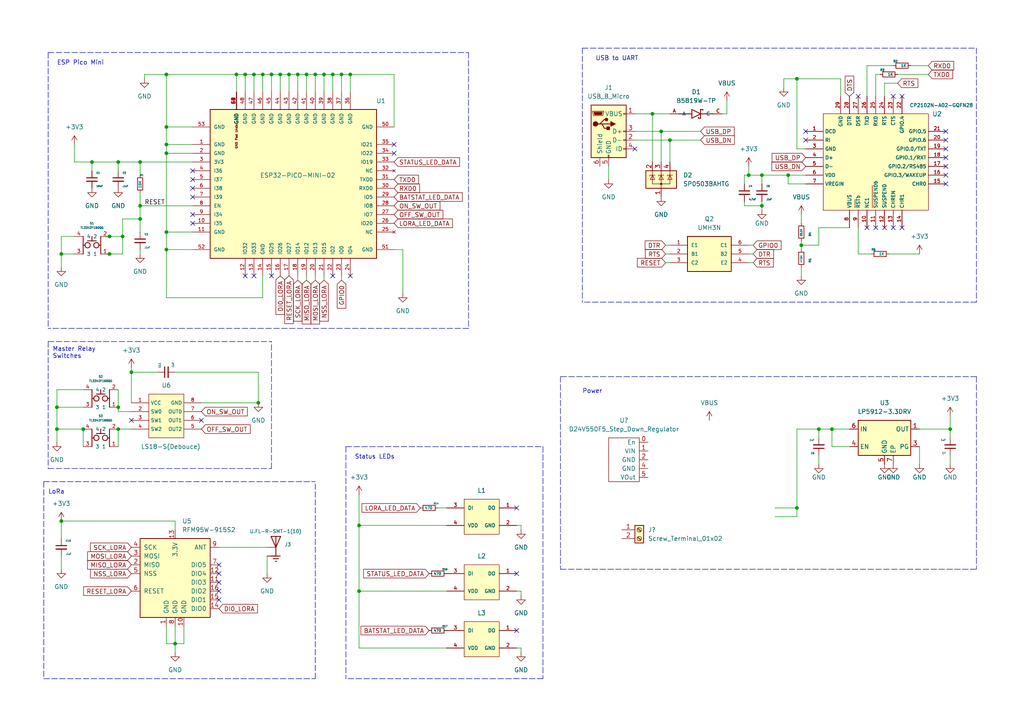
<source format=kicad_sch>
(kicad_sch (version 20211123) (generator eeschema)
  (paper "A4")
  (title_block (title "Kill Switch - Remote") (date "2023-01-18") (rev "1.0") (company "Created by: Greg Hulette") (comment 1 "- LoRa to WiFi Bridge") (comment 2 "- Buttons for Master Relay") (comment 3 "- Creates WiFi Network"))
  (junction (at 220.98 59.69))
  (junction (at 76.2 21.59))
  (junction (at 88.9 21.59))
  (junction (at 48.26 21.59))
  (junction (at 24.13 124.46))
  (junction (at 99.06 21.59))
  (junction (at 232.41 71.12))
  (junction (at 228.6 50.8))
  (junction (at 48.26 44.45))
  (junction (at 50.8 186.69))
  (junction (at 34.29 46.99))
  (junction (at 93.98 21.59))
  (junction (at 17.78 73.66))
  (junction (at 83.82 21.59))
  (junction (at 48.26 72.39))
  (junction (at 231.14 147.32))
  (junction (at 48.26 41.91))
  (junction (at 68.58 21.59))
  (junction (at 231.14 22.86))
  (junction (at 17.78 151.13))
  (junction (at 16.51 124.46))
  (junction (at 189.23 33.02))
  (junction (at 71.12 21.59))
  (junction (at 101.6 21.59))
  (junction (at 78.74 21.59))
  (junction (at 48.26 67.31))
  (junction (at 40.64 46.99))
  (junction (at 104.14 152.4))
  (junction (at 35.56 68.58))
  (junction (at 40.64 59.69))
  (junction (at 74.93 116.84))
  (junction (at 34.29 124.46))
  (junction (at 194.31 40.64))
  (junction (at 86.36 21.59))
  (junction (at 217.17 50.8))
  (junction (at 237.49 124.46))
  (junction (at 40.64 63.5))
  (junction (at 73.66 21.59))
  (junction (at 220.98 50.8))
  (junction (at 241.3 124.46))
  (junction (at 91.44 21.59))
  (junction (at 38.1 107.95))
  (junction (at 16.51 118.11))
  (junction (at 191.77 38.1))
  (junction (at 275.59 124.46))
  (junction (at 81.28 21.59))
  (junction (at 31.75 73.66))
  (junction (at 26.67 46.99))
  (junction (at 104.14 171.45))
  (junction (at 48.26 36.83))
  (junction (at 34.29 118.11))
  (junction (at 31.75 68.58))
  (junction (at 96.52 21.59))
  (no_connect (at 259.08 27.94))
  (no_connect (at 149.86 166.37))
  (no_connect (at 63.5 166.37))
  (no_connect (at 63.5 163.83))
  (no_connect (at 63.5 168.91))
  (no_connect (at 63.5 173.99))
  (no_connect (at 63.5 171.45))
  (no_connect (at 55.88 57.15))
  (no_connect (at 55.88 62.23))
  (no_connect (at 55.88 49.53))
  (no_connect (at 55.88 52.07))
  (no_connect (at 55.88 54.61))
  (no_connect (at 71.12 80.01))
  (no_connect (at 55.88 64.77))
  (no_connect (at 114.3 41.91))
  (no_connect (at 96.52 80.01))
  (no_connect (at 101.6 80.01))
  (no_connect (at 73.66 80.01))
  (no_connect (at 78.74 80.01))
  (no_connect (at 114.3 44.45))
  (no_connect (at 149.86 147.32))
  (no_connect (at 149.86 182.88))
  (no_connect (at 38.1 121.92))
  (no_connect (at 58.42 121.92))
  (no_connect (at 248.92 27.94))
  (no_connect (at 233.68 38.1))
  (no_connect (at 233.68 40.64))
  (no_connect (at 261.62 27.94))
  (no_connect (at 256.54 66.04))
  (no_connect (at 254 66.04))
  (no_connect (at 251.46 66.04))
  (no_connect (at 274.32 53.34))
  (no_connect (at 274.32 38.1))
  (no_connect (at 274.32 40.64))
  (no_connect (at 274.32 43.18))
  (no_connect (at 274.32 45.72))
  (no_connect (at 274.32 48.26))
  (no_connect (at 274.32 50.8))
  (no_connect (at 261.62 66.04))
  (no_connect (at 259.08 66.04))
  (no_connect (at 184.15 43.18))
  (polyline (pts (xy 135.89 15.24) (xy 135.89 95.25)))
  (polyline (pts (xy 100.33 129.54) (xy 157.48 129.54)))
  (wire (pts (xy 193.04 76.2) (xy 194.31 76.2)))
  (wire (pts (xy 16.51 113.03) (xy 16.51 118.11)))
  (wire (pts (xy 237.49 124.46) (xy 241.3 124.46)))
  (wire (pts (xy 40.64 46.99) (xy 34.29 46.99)))
  (wire (pts (xy 55.88 72.39) (xy 48.26 72.39)))
  (wire (pts (xy 215.9 58.42) (xy 215.9 59.69)))
  (wire (pts (xy 104.14 187.96) (xy 129.54 187.96)))
  (wire (pts (xy 50.8 186.69) (xy 50.8 189.23)))
  (wire (pts (xy 254 27.94) (xy 254 21.59)))
  (wire (pts (xy 231.14 124.46) (xy 237.49 124.46)))
  (wire (pts (xy 256.54 27.94) (xy 256.54 24.13)))
  (polyline (pts (xy 12.7 196.85) (xy 91.44 196.85)))
  (wire (pts (xy 34.29 118.11) (xy 34.29 119.38)))
  (wire (pts (xy 48.26 67.31) (xy 55.88 67.31)))
  (wire (pts (xy 71.12 21.59) (xy 71.12 26.67)))
  (polyline (pts (xy 13.97 99.06) (xy 78.74 99.06)))
  (polyline (pts (xy 168.91 13.97) (xy 283.21 13.97)))
  (wire (pts (xy 17.78 161.29) (xy 17.78 165.1)))
  (wire (pts (xy 220.98 53.34) (xy 220.98 50.8)))
  (wire (pts (xy 93.98 21.59) (xy 96.52 21.59)))
  (wire (pts (xy 17.78 68.58) (xy 17.78 73.66)))
  (wire (pts (xy 218.44 73.66) (xy 217.17 73.66)))
  (wire (pts (xy 40.64 59.69) (xy 40.64 63.5)))
  (wire (pts (xy 232.41 77.47) (xy 232.41 80.01)))
  (wire (pts (xy 104.14 143.51) (xy 104.14 152.4)))
  (wire (pts (xy 237.49 66.04) (xy 237.49 71.12)))
  (wire (pts (xy 209.55 33.02) (xy 210.82 33.02)))
  (wire (pts (xy 48.26 72.39) (xy 48.26 67.31)))
  (wire (pts (xy 48.26 44.45) (xy 48.26 41.91)))
  (wire (pts (xy 86.36 21.59) (xy 86.36 26.67)))
  (wire (pts (xy 48.26 21.59) (xy 48.26 36.83)))
  (wire (pts (xy 53.34 181.61) (xy 53.34 186.69)))
  (wire (pts (xy 194.31 73.66) (xy 193.04 73.66)))
  (wire (pts (xy 189.23 33.02) (xy 189.23 46.99)))
  (wire (pts (xy 16.51 118.11) (xy 24.13 118.11)))
  (polyline (pts (xy 283.21 109.22) (xy 283.21 165.1)))
  (wire (pts (xy 91.44 21.59) (xy 91.44 26.67)))
  (polyline (pts (xy 13.97 135.89) (xy 78.74 135.89)))
  (wire (pts (xy 88.9 21.59) (xy 91.44 21.59)))
  (wire (pts (xy 40.64 46.99) (xy 40.64 50.8)))
  (polyline (pts (xy 283.21 87.63) (xy 168.91 87.63)))
  (wire (pts (xy 48.26 41.91) (xy 55.88 41.91)))
  (wire (pts (xy 35.56 63.5) (xy 35.56 68.58)))
  (polyline (pts (xy 135.89 95.25) (xy 13.97 95.25)))
  (wire (pts (xy 228.6 50.8) (xy 220.98 50.8)))
  (wire (pts (xy 21.59 41.91) (xy 21.59 46.99)))
  (wire (pts (xy 151.13 153.67) (xy 151.13 152.4)))
  (wire (pts (xy 215.9 59.69) (xy 220.98 59.69)))
  (wire (pts (xy 30.48 73.66) (xy 31.75 73.66)))
  (polyline (pts (xy 91.44 196.85) (xy 91.44 139.7)))
  (wire (pts (xy 275.59 134.62) (xy 275.59 132.08)))
  (polyline (pts (xy 162.56 109.22) (xy 162.56 165.1)))
  (wire (pts (xy 264.16 19.05) (xy 269.24 19.05)))
  (wire (pts (xy 220.98 58.42) (xy 220.98 59.69)))
  (wire (pts (xy 16.51 124.46) (xy 16.51 128.27)))
  (polyline (pts (xy 12.7 139.7) (xy 91.44 139.7)))
  (wire (pts (xy 232.41 71.12) (xy 232.41 72.39)))
  (wire (pts (xy 55.88 46.99) (xy 40.64 46.99)))
  (wire (pts (xy 86.36 21.59) (xy 88.9 21.59)))
  (wire (pts (xy 26.67 46.99) (xy 21.59 46.99)))
  (wire (pts (xy 17.78 73.66) (xy 21.59 73.66)))
  (wire (pts (xy 73.66 21.59) (xy 76.2 21.59)))
  (wire (pts (xy 224.79 147.32) (xy 231.14 147.32)))
  (wire (pts (xy 151.13 171.45) (xy 149.86 171.45)))
  (polyline (pts (xy 168.91 13.97) (xy 168.91 87.63)))
  (wire (pts (xy 91.44 81.28) (xy 91.44 80.01)))
  (wire (pts (xy 83.82 21.59) (xy 86.36 21.59)))
  (wire (pts (xy 48.26 21.59) (xy 68.58 21.59)))
  (wire (pts (xy 176.53 48.26) (xy 176.53 52.07)))
  (wire (pts (xy 129.54 152.4) (xy 104.14 152.4)))
  (wire (pts (xy 71.12 21.59) (xy 73.66 21.59)))
  (wire (pts (xy 129.54 147.32) (xy 127 147.32)))
  (wire (pts (xy 77.47 161.29) (xy 77.47 166.37)))
  (wire (pts (xy 40.64 72.39) (xy 40.64 73.66)))
  (wire (pts (xy 233.68 50.8) (xy 228.6 50.8)))
  (wire (pts (xy 53.34 186.69) (xy 50.8 186.69)))
  (wire (pts (xy 246.38 129.54) (xy 241.3 129.54)))
  (wire (pts (xy 220.98 59.69) (xy 220.98 60.96)))
  (polyline (pts (xy 12.7 139.7) (xy 12.7 196.85)))
  (wire (pts (xy 17.78 151.13) (xy 17.78 156.21)))
  (wire (pts (xy 88.9 81.28) (xy 88.9 80.01)))
  (wire (pts (xy 184.15 40.64) (xy 194.31 40.64)))
  (wire (pts (xy 38.1 107.95) (xy 38.1 116.84)))
  (wire (pts (xy 227.33 22.86) (xy 227.33 25.4)))
  (wire (pts (xy 40.64 55.88) (xy 40.64 59.69)))
  (wire (pts (xy 50.8 181.61) (xy 50.8 186.69)))
  (wire (pts (xy 81.28 21.59) (xy 83.82 21.59)))
  (wire (pts (xy 38.1 106.68) (xy 38.1 107.95)))
  (wire (pts (xy 237.49 127) (xy 237.49 124.46)))
  (wire (pts (xy 48.26 181.61) (xy 48.26 186.69)))
  (wire (pts (xy 237.49 71.12) (xy 232.41 71.12)))
  (wire (pts (xy 266.7 124.46) (xy 275.59 124.46)))
  (wire (pts (xy 101.6 26.67) (xy 101.6 21.59)))
  (wire (pts (xy 76.2 80.01) (xy 76.2 86.36)))
  (wire (pts (xy 34.29 119.38) (xy 38.1 119.38)))
  (wire (pts (xy 50.8 107.95) (xy 74.93 107.95)))
  (wire (pts (xy 194.31 40.64) (xy 194.31 46.99)))
  (wire (pts (xy 48.26 186.69) (xy 50.8 186.69)))
  (wire (pts (xy 17.78 73.66) (xy 17.78 77.47)))
  (wire (pts (xy 210.82 29.21) (xy 210.82 33.02)))
  (wire (pts (xy 76.2 26.67) (xy 76.2 21.59)))
  (wire (pts (xy 26.67 46.99) (xy 26.67 49.53)))
  (wire (pts (xy 74.93 107.95) (xy 74.93 116.84)))
  (wire (pts (xy 217.17 76.2) (xy 218.44 76.2)))
  (wire (pts (xy 231.14 22.86) (xy 227.33 22.86)))
  (wire (pts (xy 16.51 118.11) (xy 16.51 124.46)))
  (wire (pts (xy 86.36 81.28) (xy 86.36 80.01)))
  (wire (pts (xy 96.52 21.59) (xy 96.52 26.67)))
  (wire (pts (xy 224.79 149.86) (xy 231.14 149.86)))
  (wire (pts (xy 104.14 171.45) (xy 129.54 171.45)))
  (wire (pts (xy 68.58 21.59) (xy 68.58 26.67)))
  (wire (pts (xy 151.13 187.96) (xy 149.86 187.96)))
  (wire (pts (xy 104.14 152.4) (xy 104.14 171.45)))
  (wire (pts (xy 34.29 124.46) (xy 34.29 129.54)))
  (wire (pts (xy 41.91 21.59) (xy 48.26 21.59)))
  (wire (pts (xy 241.3 124.46) (xy 246.38 124.46)))
  (wire (pts (xy 233.68 53.34) (xy 228.6 53.34)))
  (wire (pts (xy 48.26 86.36) (xy 48.26 72.39)))
  (wire (pts (xy 275.59 120.65) (xy 275.59 124.46)))
  (wire (pts (xy 34.29 46.99) (xy 34.29 49.53)))
  (polyline (pts (xy 157.48 129.54) (xy 157.48 196.85)))
  (wire (pts (xy 184.15 33.02) (xy 189.23 33.02)))
  (wire (pts (xy 99.06 21.59) (xy 101.6 21.59)))
  (wire (pts (xy 58.42 116.84) (xy 74.93 116.84)))
  (wire (pts (xy 114.3 21.59) (xy 101.6 21.59)))
  (wire (pts (xy 78.74 21.59) (xy 78.74 26.67)))
  (wire (pts (xy 35.56 63.5) (xy 40.64 63.5)))
  (polyline (pts (xy 100.33 129.54) (xy 100.33 196.85)))
  (wire (pts (xy 24.13 124.46) (xy 24.13 129.54)))
  (wire (pts (xy 96.52 21.59) (xy 99.06 21.59)))
  (wire (pts (xy 116.84 72.39) (xy 116.84 85.09)))
  (wire (pts (xy 191.77 38.1) (xy 191.77 46.99)))
  (wire (pts (xy 231.14 124.46) (xy 231.14 147.32)))
  (wire (pts (xy 231.14 149.86) (xy 231.14 147.32)))
  (wire (pts (xy 151.13 152.4) (xy 149.86 152.4)))
  (polyline (pts (xy 78.74 135.89) (xy 78.74 99.06)))
  (wire (pts (xy 233.68 43.18) (xy 231.14 43.18)))
  (polyline (pts (xy 162.56 165.1) (xy 283.21 165.1)))
  (wire (pts (xy 151.13 172.72) (xy 151.13 171.45)))
  (wire (pts (xy 81.28 21.59) (xy 81.28 26.67)))
  (wire (pts (xy 248.92 73.66) (xy 252.73 73.66)))
  (wire (pts (xy 35.56 68.58) (xy 35.56 73.66)))
  (wire (pts (xy 41.91 21.59) (xy 41.91 22.86)))
  (wire (pts (xy 104.14 171.45) (xy 104.14 187.96)))
  (wire (pts (xy 251.46 27.94) (xy 251.46 19.05)))
  (wire (pts (xy 88.9 21.59) (xy 88.9 26.67)))
  (wire (pts (xy 232.41 62.23) (xy 232.41 64.77)))
  (wire (pts (xy 254 21.59) (xy 255.27 21.59)))
  (wire (pts (xy 93.98 21.59) (xy 93.98 26.67)))
  (wire (pts (xy 31.75 68.58) (xy 35.56 68.58)))
  (wire (pts (xy 50.8 153.67) (xy 50.8 151.13)))
  (wire (pts (xy 248.92 66.04) (xy 248.92 73.66)))
  (wire (pts (xy 93.98 81.28) (xy 93.98 80.01)))
  (wire (pts (xy 151.13 189.23) (xy 151.13 187.96)))
  (wire (pts (xy 50.8 151.13) (xy 17.78 151.13)))
  (wire (pts (xy 217.17 48.26) (xy 217.17 50.8)))
  (wire (pts (xy 83.82 21.59) (xy 83.82 26.67)))
  (wire (pts (xy 40.64 59.69) (xy 55.88 59.69)))
  (wire (pts (xy 34.29 124.46) (xy 38.1 124.46)))
  (wire (pts (xy 63.5 158.75) (xy 77.47 158.75)))
  (wire (pts (xy 30.48 68.58) (xy 31.75 68.58)))
  (wire (pts (xy 17.78 68.58) (xy 21.59 68.58)))
  (polyline (pts (xy 283.21 13.97) (xy 283.21 87.63)))
  (wire (pts (xy 243.84 27.94) (xy 243.84 22.86)))
  (wire (pts (xy 232.41 69.85) (xy 232.41 71.12)))
  (wire (pts (xy 215.9 50.8) (xy 217.17 50.8)))
  (wire (pts (xy 48.26 44.45) (xy 55.88 44.45)))
  (wire (pts (xy 16.51 124.46) (xy 24.13 124.46)))
  (polyline (pts (xy 13.97 99.06) (xy 13.97 135.89)))
  (wire (pts (xy 91.44 21.59) (xy 93.98 21.59)))
  (wire (pts (xy 16.51 113.03) (xy 24.13 113.03)))
  (wire (pts (xy 217.17 50.8) (xy 220.98 50.8)))
  (wire (pts (xy 73.66 21.59) (xy 73.66 26.67)))
  (wire (pts (xy 114.3 36.83) (xy 114.3 21.59)))
  (wire (pts (xy 257.81 73.66) (xy 266.7 73.66)))
  (polyline (pts (xy 283.21 109.22) (xy 162.56 109.22)))
  (wire (pts (xy 40.64 63.5) (xy 40.64 67.31)))
  (wire (pts (xy 55.88 36.83) (xy 48.26 36.83)))
  (wire (pts (xy 189.23 33.02) (xy 194.31 33.02)))
  (wire (pts (xy 184.15 38.1) (xy 191.77 38.1)))
  (wire (pts (xy 78.74 21.59) (xy 81.28 21.59)))
  (wire (pts (xy 48.26 36.83) (xy 48.26 41.91)))
  (polyline (pts (xy 157.48 196.85) (xy 100.33 196.85)))
  (wire (pts (xy 215.9 53.34) (xy 215.9 50.8)))
  (wire (pts (xy 34.29 46.99) (xy 26.67 46.99)))
  (wire (pts (xy 260.35 21.59) (xy 269.24 21.59)))
  (wire (pts (xy 191.77 38.1) (xy 203.2 38.1)))
  (wire (pts (xy 48.26 67.31) (xy 48.26 44.45)))
  (wire (pts (xy 231.14 43.18) (xy 231.14 22.86)))
  (wire (pts (xy 76.2 21.59) (xy 78.74 21.59)))
  (wire (pts (xy 38.1 107.95) (xy 45.72 107.95)))
  (wire (pts (xy 76.2 86.36) (xy 48.26 86.36)))
  (wire (pts (xy 275.59 127) (xy 275.59 124.46)))
  (wire (pts (xy 256.54 24.13) (xy 260.35 24.13)))
  (wire (pts (xy 217.17 71.12) (xy 218.44 71.12)))
  (wire (pts (xy 241.3 129.54) (xy 241.3 124.46)))
  (wire (pts (xy 193.04 71.12) (xy 194.31 71.12)))
  (polyline (pts (xy 13.97 15.24) (xy 135.89 15.24)))
  (wire (pts (xy 228.6 53.34) (xy 228.6 50.8)))
  (wire (pts (xy 237.49 66.04) (xy 246.38 66.04)))
  (wire (pts (xy 237.49 132.08) (xy 237.49 134.62)))
  (wire (pts (xy 31.75 73.66) (xy 35.56 73.66)))
  (wire (pts (xy 251.46 19.05) (xy 259.08 19.05)))
  (wire (pts (xy 68.58 21.59) (xy 71.12 21.59)))
  (wire (pts (xy 243.84 22.86) (xy 231.14 22.86)))
  (wire (pts (xy 194.31 40.64) (xy 203.2 40.64)))
  (wire (pts (xy 266.7 134.62) (xy 266.7 129.54)))
  (wire (pts (xy 99.06 80.01) (xy 99.06 81.28)))
  (wire (pts (xy 99.06 21.59) (xy 99.06 26.67)))
  (wire (pts (xy 34.29 113.03) (xy 34.29 118.11)))
  (wire (pts (xy 114.3 72.39) (xy 116.84 72.39)))
  (polyline (pts (xy 13.97 15.24) (xy 13.97 95.25)))
  (text "Power" (at 168.91 114.3 0) (effects (font (size 1.27 1.27)) (justify left bottom)))
  (text "Update:\nBlue Discrete LED - PN's\nGreen Discrete LED - PN's\nSW2 and SW3 - PN's\nL1,L2,L3 - PN's" (at 298.45 176.53 0) (effects (font (size 2 2)) (justify left bottom)))
  (text "ESP Pico Mini" (at 16.51 19.05 0) (effects (font (size 1.27 1.27)) (justify left bottom)))
  (text "Master Relay \nSwitches" (at 15.24 104.14 0) (effects (font (size 1.27 1.27)) (justify left bottom)))
  (text "LoRa" (at 13.97 143.51 0) (effects (font (size 1.27 1.27)) (justify left bottom)))
  (text "Status LEDs" (at 102.87 133.35 0) (effects (font (size 1.27 1.27)) (justify left bottom)))
  (text "USB to UART" (at 172.72 17.78 0) (effects (font (size 1.27 1.27)) (justify left bottom)))
  (label "RESET" (at 41.91 59.69 0))
  (global_label "SCK_LORA" (shape input) (at 38.1 158.75 180) (property "Intersheet References" "${INTERSHEET_REFS}" (effects hide)))
  (global_label "TXD0" (shape input) (at 114.3 52.07 0) (property "Intersheet References" "${INTERSHEET_REFS}" (effects hide)))
  (global_label "TXD0" (shape input) (at 269.24 21.59 0) (property "Intersheet References" "${INTERSHEET_REFS}" (effects hide)))
  (global_label "DI0_LORA" (shape input) (at 81.28 80.01 270) (property "Intersheet References" "${INTERSHEET_REFS}" (effects hide)))
  (global_label "GPIO0" (shape input) (at 218.44 71.12 0) (property "Intersheet References" "${INTERSHEET_REFS}" (effects hide)))
  (global_label "MOSI_LORA" (shape input) (at 38.1 161.29 180) (property "Intersheet References" "${INTERSHEET_REFS}" (effects hide)))
  (global_label "NSS_LORA" (shape input) (at 38.1 166.37 180) (property "Intersheet References" "${INTERSHEET_REFS}" (effects hide)))
  (global_label "OFF_SW_OUT" (shape input) (at 114.3 62.23 0) (property "Intersheet References" "${INTERSHEET_REFS}" (effects hide)))
  (global_label "LORA_LED_DATA" (shape input) (at 114.3 64.77 0) (property "Intersheet References" "${INTERSHEET_REFS}" (effects hide)))
  (global_label "MISO_LORA" (shape input) (at 38.1 163.83 180) (property "Intersheet References" "${INTERSHEET_REFS}" (effects hide)))
  (global_label "RTS" (shape input) (at 218.44 76.2 0) (property "Intersheet References" "${INTERSHEET_REFS}" (effects hide)))
  (global_label "DTR" (shape input) (at 193.04 71.12 180) (property "Intersheet References" "${INTERSHEET_REFS}" (effects hide)))
  (global_label "GPIO0" (shape input) (at 99.06 81.28 270) (property "Intersheet References" "${INTERSHEET_REFS}" (effects hide)))
  (global_label "USB_DP" (shape input) (at 203.2 38.1 0) (property "Intersheet References" "${INTERSHEET_REFS}" (effects hide)))
  (global_label "OFF_SW_OUT" (shape input) (at 58.42 124.46 0) (property "Intersheet References" "${INTERSHEET_REFS}" (effects hide)))
  (global_label "USB_DN" (shape input) (at 233.68 48.26 180) (property "Intersheet References" "${INTERSHEET_REFS}" (effects hide)))
  (global_label "RESET_LORA" (shape input) (at 38.1 171.45 180) (property "Intersheet References" "${INTERSHEET_REFS}" (effects hide)))
  (global_label "USB_DN" (shape input) (at 203.2 40.64 0) (property "Intersheet References" "${INTERSHEET_REFS}" (effects hide)))
  (global_label "STATUS_LED_DATA" (shape input) (at 124.46 166.37 180) (property "Intersheet References" "${INTERSHEET_REFS}" (effects hide)))
  (global_label "MISO_LORA" (shape input) (at 88.9 81.28 270) (property "Intersheet References" "${INTERSHEET_REFS}" (effects hide)))
  (global_label "LORA_LED_DATA" (shape input) (at 121.92 147.32 180) (property "Intersheet References" "${INTERSHEET_REFS}" (effects hide)))
  (global_label "RTS" (shape input) (at 193.04 73.66 180) (property "Intersheet References" "${INTERSHEET_REFS}" (effects hide)))
  (global_label "RXD0" (shape input) (at 114.3 54.61 0) (property "Intersheet References" "${INTERSHEET_REFS}" (effects hide)))
  (global_label "DTR" (shape input) (at 218.44 73.66 0) (property "Intersheet References" "${INTERSHEET_REFS}" (effects hide)))
  (global_label "RESET_LORA" (shape input) (at 83.82 80.01 270) (property "Intersheet References" "${INTERSHEET_REFS}" (effects hide)))
  (global_label "STATUS_LED_DATA" (shape input) (at 114.3 46.99 0) (property "Intersheet References" "${INTERSHEET_REFS}" (effects hide)))
  (global_label "ON_SW_OUT" (shape input) (at 58.42 119.38 0) (property "Intersheet References" "${INTERSHEET_REFS}" (effects hide)))
  (global_label "BATSTAT_LED_DATA" (shape input) (at 124.46 182.88 180) (property "Intersheet References" "${INTERSHEET_REFS}" (effects hide)))
  (global_label "ON_SW_OUT" (shape input) (at 114.3 59.69 0) (property "Intersheet References" "${INTERSHEET_REFS}" (effects hide)))
  (global_label "RESET" (shape input) (at 193.04 76.2 180) (property "Intersheet References" "${INTERSHEET_REFS}" (effects hide)))
  (global_label "RXD0" (shape input) (at 269.24 19.05 0) (property "Intersheet References" "${INTERSHEET_REFS}" (effects hide)))
  (global_label "RTS" (shape input) (at 260.35 24.13 0) (property "Intersheet References" "${INTERSHEET_REFS}" (effects hide)))
  (global_label "SCK_LORA" (shape input) (at 86.36 81.28 270) (property "Intersheet References" "${INTERSHEET_REFS}" (effects hide)))
  (global_label "BATSTAT_LED_DATA" (shape input) (at 114.3 57.15 0) (property "Intersheet References" "${INTERSHEET_REFS}" (effects hide)))
  (global_label "DTS" (shape input) (at 246.38 27.94 90) (property "Intersheet References" "${INTERSHEET_REFS}" (effects hide)))
  (global_label "USB_DP" (shape input) (at 233.68 45.72 180) (property "Intersheet References" "${INTERSHEET_REFS}" (effects hide)))
  (global_label "NSS_LORA" (shape input) (at 93.98 81.28 270) (property "Intersheet References" "${INTERSHEET_REFS}" (effects hide)))
  (global_label "MOSI_LORA" (shape input) (at 91.44 81.28 270) (property "Intersheet References" "${INTERSHEET_REFS}" (effects hide)))
  (global_label "DI0_LORA" (shape input) (at 63.5 176.53 0) (property "Intersheet References" "${INTERSHEET_REFS}" (effects hide)))
  (symbol (lib_id "power:GND") (at 41.91 22.86 0) (unit 1)
    (property "Reference" "#PWR0136" (effects hide))
    (property "Value" "GND" (at 41.91 27.94 0))
  )
  (symbol (lib_id "Custom:TL3342F160QG") (at 29.21 127 0) (unit 1)
    (property "Reference" "S3" (at 29.21 120.65 0) (effects (font (size 0.6 0.6))))
    (property "Value" "TL3342F160QG" (at 29.21 121.92 0) (effects (font (size 0.6 0.6))))
    (property "Footprint" "Custom:KillSwiitch" (effects hide))
    (property "Datasheet" "https://sten-eswitch-13110800-production.s3.amazonaws.com/system/asset/product_line/data_sheet/165/TL3342.pdf" (effects hide))
    (property "MANUFACTURER" "E SWITCH" (effects hide))
    (property "Manufacturers Name" "E-Switch" (effects hide))
    (property "Manufacturers Part Number" "TL3342F160QG/TR" (effects hide))
    (property "Digikey Part Number" "EG2531CT-ND" (effects hide))
    (property "Mouser Part Number" "------" (effects hide))
    (property "LCSC" "------" (effects hide))
  )
  (symbol (lib_id "power:GND") (at 227.33 25.4 0) (unit 1)
    (property "Reference" "#PWR0108" (effects hide))
    (property "Value" "GND" (at 227.33 30.48 0))
  )
  (symbol (lib_id "LED:WS2812B-2020") (at 139.7 149.86 0) (unit 1)
    (property "Reference" "L1" (at 139.7 142.24 0))
    (property "Value" "WS2812B-2020" (effects hide))
    (property "Footprint" "LED_SMD:LED_WS2812B_PLCC4_5.0x5.0mm_P3.2mm" (effects hide))
    (property "Manufacturers Name" "Worldsemi/Adafruit" (effects hide))
    (property "Manufacturers Part Number" "WS2812B-2020/4684" (effects hide))
    (property "Digikey Part Number" "1528-4684-ND" (effects hide))
    (property "Mouser Part Number" "485-4684" (effects hide))
    (property "LCSC" "C965555" (effects hide))
  )
  (symbol (lib_id "Device:C_Small") (at 40.64 69.85 0) (unit 1)
    (property "Reference" "C3" (at 41.91 67.9513 0) (effects (font (size 0.5 0.5)) (justify left)))
    (property "Value" ".1uF" (at 41.91 71.7613 0) (effects (font (size 0.5 0.5)) (justify left)))
    (property "Footprint" "Capacitor_SMD:C_0603_1608Metric" (effects hide))
    (property "Datasheet" "https://www.we-online.com/katalog/datasheet/885012206020.pdf" (effects hide))
    (property "Manufacturers Name" "Würth Elektronik" (effects hide))
    (property "Manufacturers Part Number" "885012206020" (effects hide))
    (property "Digikey Part Number" "732-7939-1-ND" (effects hide))
    (property "Mouser Part Number" "710-885012206020 " (effects hide))
    (property "LCSC" "-----" (effects hide))
  )
  (symbol (lib_id "power:GND") (at 220.98 60.96 0) (unit 1)
    (property "Reference" "#PWR0105" (effects hide))
    (property "Value" "GND" (at 220.98 64.77 0))
  )
  (symbol (lib_id "Device:C_Small") (at 220.98 55.88 0) (unit 1)
    (property "Reference" "C5" (at 222.25 53.9813 0) (effects (font (size 0.5 0.5)) (justify left)))
    (property "Value" ".1uF" (at 222.25 57.7913 0) (effects (font (size 0.5 0.5)) (justify left)))
    (property "Footprint" "Capacitor_SMD:C_0603_1608Metric" (effects hide))
    (property "Datasheet" "https://www.we-online.com/katalog/datasheet/885012206020.pdf" (effects hide))
    (property "Manufacturers Name" "Würth Elektronik" (effects hide))
    (property "Manufacturers Part Number" "885012206020" (effects hide))
    (property "Digikey Part Number" "732-7939-1-ND" (effects hide))
    (property "Mouser Part Number" "710-885012206020 " (effects hide))
    (property "LCSC" "-----" (effects hide))
  )
  (symbol (lib_id "Device:R_Small") (at 127 182.88 270) (unit 1)
    (property "Reference" "R17" (at 128.2701 181.61 90) (effects (font (size 0.5 0.5)) (justify left)))
    (property "Value" "470" (at 125.7301 182.88 90) (effects (font (size 0.75 0.75)) (justify left)))
    (property "Footprint" "Resistor_SMD:R_0402_1005Metric" (effects hide))
    (property "Datasheet" "https://www.yageo.com/upload/media/product/productsearch/datasheet/rchip/PYu-RC_Group_51_RoHS_L_12.pdf" (effects hide))
    (property "Manufacturers Name" "YAGEO" (effects hide))
    (property "Manufacturers Part Number" "RC0402JR-13220RL" (effects hide))
    (property "Digikey Part Number" "13-RC0402JR-13220RLCT-ND" (effects hide))
    (property "Mouser Part Number" "603-RC0402JR-13220RL " (effects hide))
    (property "LCSC" "C3931306" (effects hide))
  )
  (symbol (lib_id "Regulator_Linear:LP5912-3.3DRV") (at 256.54 127 0) (unit 1)
    (property "Reference" "U3" (at 256.54 116.84 0))
    (property "Value" "LP5912-3.3DRV" (at 256.54 119.38 0))
    (property "Footprint" "Package_SON:WSON-6-1EP_2x2mm_P0.65mm_EP1x1.6mm_ThermalVias" (effects hide))
    (property "Datasheet" "http://www.ti.com/lit/ds/symlink/lp5912.pdf" (effects hide))
    (property "Manufacturers Name" "Texas Instruments" (effects hide))
    (property "Manufacturers Part Number" "LP5912Q3.3DRVTQ1" (effects hide))
    (property "Digikey Part Number" "296-48933-1-ND" (effects hide))
    (property "LCSC" "C2876187" (effects hide))
    (property "Mouser Part Number" "595-LP5912Q3.3DRVTQ1" (effects hide))
  )
  (symbol (lib_id "Device:R_Small") (at 127 166.37 270) (unit 1)
    (property "Reference" "R16" (at 128.2701 165.1 90) (effects (font (size 0.5 0.5)) (justify left)))
    (property "Value" "470" (at 125.7301 166.37 90) (effects (font (size 0.75 0.75)) (justify left)))
    (property "Footprint" "Resistor_SMD:R_0402_1005Metric" (effects hide))
    (property "Datasheet" "https://www.yageo.com/upload/media/product/productsearch/datasheet/rchip/PYu-RC_Group_51_RoHS_L_12.pdf" (effects hide))
    (property "Manufacturers Name" "YAGEO" (effects hide))
    (property "Manufacturers Part Number" "RC0402JR-13220RL" (effects hide))
    (property "Digikey Part Number" "13-RC0402JR-13220RLCT-ND" (effects hide))
    (property "Mouser Part Number" "603-RC0402JR-13220RL " (effects hide))
    (property "LCSC" "C3931306" (effects hide))
  )
  (symbol (lib_id "power:+3.3V") (at 104.14 143.51 0) (unit 1)
    (property "Reference" "#PWR0130" (effects hide))
    (property "Value" "+3.3V" (at 104.14 138.43 0))
  )
  (symbol (lib_id "power:GND") (at 256.54 134.62 0) (unit 1)
    (property "Reference" "#PWR0121" (effects hide))
    (property "Value" "GND" (at 256.54 138.43 0))
  )
  (symbol (lib_id "power:GND") (at 151.13 172.72 0) (unit 1)
    (property "Reference" "#PWR0128" (effects hide))
    (property "Value" "GND" (at 151.13 177.8 0))
  )
  (symbol (lib_id "power:GND") (at 191.77 57.15 0) (unit 1)
    (property "Reference" "#PWR0103" (effects hide))
    (property "Value" "GND" (at 191.77 62.23 0))
  )
  (symbol (lib_id "Custom:CP2102N-A02-GQFN28") (at 254 45.72 0) (unit 1)
    (property "Reference" "U2" (at 271.78 33.0706 0))
    (property "Value" "CP2102N-A02-GQFN28" (at 273.05 30.5307 0) (effects (font (size 1.016 1.016))))
    (property "Footprint" "Package_DFN_QFN:QFN-28-1EP_5x5mm_P0.5mm_EP3.35x3.35mm" (effects hide))
    (property "Manufacturers Name" "Silicon Labs" (effects hide))
    (property "Manufacturers Part Number" "CP2102N-A02-GQFN28" (effects hide))
    (property "Digikey Part Number" "336-5889-ND" (effects hide))
    (property "Mouser Part Number" "634-CP2102NA02GQFN28 " (effects hide))
    (property "LCSC" "C1550553" (effects hide))
  )
  (symbol (lib_id "Device:R_Small") (at 232.41 74.93 0) (unit 1)
    (property "Reference" "R5" (at 234.95 76.1999 90) (effects (font (size 0.6 0.6)) (justify left)))
    (property "Value" "47.5K" (at 232.41 76.1999 90) (effects (font (size 0.5 0.5)) (justify left)))
    (property "Footprint" "Resistor_SMD:R_0402_1005Metric" (effects hide))
    (property "Datasheet" "https://www.yageo.com/upload/media/product/productsearch/datasheet/rchip/PYu-RC_Group_51_RoHS_L_12.pdf" (effects hide))
    (property "Manufacturers Name" "YAGEO" (effects hide))
    (property "Manufacturers Part Number" "RC0402FR-0747K5L" (effects hide))
    (property "Digikey Part Number" "311-47.5KLRCT-ND" (effects hide))
    (property "Mouser Part Number" "603-RC0402FR-0747K5L " (effects hide))
    (property "LCSC" "C137974" (effects hide))
  )
  (symbol (lib_id "power:+3.3V") (at 38.1 106.68 0) (unit 1)
    (property "Reference" "#PWR0132" (effects hide))
    (property "Value" "+3.3V" (at 38.1 101.6 0))
  )
  (symbol (lib_id "power:GND") (at 50.8 189.23 0) (unit 1)
    (property "Reference" "#PWR0141" (effects hide))
    (property "Value" "GND" (at 50.8 194.31 0))
  )
  (symbol (lib_id "power:VBUS") (at 205.74 121.92 0) (unit 1)
    (property "Reference" "#PWR?" (effects hide))
    (property "Value" "VBUS" (at 205.74 116.84 0))
  )
  (symbol (lib_id "Power_Protection:SP0503BAHT") (at 191.77 52.07 0) (unit 1)
    (property "Reference" "D2" (at 198.12 50.7999 0) (effects (justify left)))
    (property "Value" "SP0503BAHTG" (at 198.12 53.3399 0) (effects (justify left)))
    (property "Footprint" "Package_TO_SOT_SMD:SOT-143" (effects hide))
    (property "Datasheet" "http://www.littelfuse.com/~/media/files/littelfuse/technical%20resources/documents/data%20sheets/sp05xxba.pdf" (effects hide))
    (property "Manufacturers Name" "Littelfuse Inc." (effects hide))
    (property "Manufacturers Part Number" "SP0503BAHTG" (effects hide))
    (property "Digikey Part Number" "F2715CT-ND" (effects hide))
    (property "Mouser Part Number" "576-SP0503BAHTG " (effects hide))
    (property "LCSC" "C7074" (effects hide))
  )
  (symbol (lib_id "power:GND") (at 232.41 80.01 0) (unit 1)
    (property "Reference" "#PWR0104" (effects hide))
    (property "Value" "GND" (at 232.41 85.09 0))
  )
  (symbol (lib_id "power:GND") (at 266.7 134.62 0) (unit 1)
    (property "Reference" "#PWR?" (effects hide))
    (property "Value" "GND" (at 266.7 138.43 0))
  )
  (symbol (lib_id "power:GND") (at 259.08 134.62 0) (unit 1)
    (property "Reference" "#PWR0120" (effects hide))
    (property "Value" "GND" (at 259.08 138.43 0))
  )
  (symbol (lib_id "power:GND") (at 40.64 73.66 0) (unit 1)
    (property "Reference" "#PWR0138" (effects hide))
    (property "Value" "GND" (at 40.64 78.74 0))
  )
  (symbol (lib_id "power:+3.3V") (at 17.78 151.13 0) (unit 1)
    (property "Reference" "#PWR0123" (effects hide))
    (property "Value" "+3.3V" (at 17.78 146.05 0))
  )
  (symbol (lib_id "Device:C_Small") (at 26.67 52.07 0) (unit 1)
    (property "Reference" "C1" (at 27.94 50.1713 0) (effects (font (size 0.5 0.5)) (justify left)))
    (property "Value" "10uF" (at 27.94 53.9813 0) (effects (font (size 0.5 0.5)) (justify left)))
    (property "Footprint" "Capacitor_SMD:C_0805_2012Metric" (effects hide))
    (property "Datasheet" "https://www.we-online.com/katalog/datasheet/885012107014.pdf" (effects hide))
    (property "Manufacturers Name" "Würth Elektronik" (effects hide))
    (property "Manufacturers Part Number" "885012107014" (effects hide))
    (property "Digikey Part Number" "732-7624-1-ND" (effects hide))
    (property "Mouser Part Number" "710-885012107014" (effects hide))
    (property "LCSC" "-----" (effects hide))
  )
  (symbol (lib_id "Custom:U.FL-R-SMT-1(10)") (at 80.01 158.75 0) (unit 1)
    (property "Reference" "J3" (at 82.55 157.9244 0) (effects (font (size 1 1)) (justify left)))
    (property "Value" "U.FL-R-SMT-1(10)" (at 72.39 154.1144 0) (effects (font (size 1 1)) (justify left)))
    (property "Footprint" "Custom:HRS_U.FL-R-SMT-1(10)" (effects hide))
    (property "AVAILABILITY" "Good" (effects hide))
    (property "DESCRIPTION" "U.FL Series 6 Ghz 50 Ohm Ultra-small SMT Coaxial Cable Receptacle" (effects hide))
    (property "MP" "U.FL-R-SMT-1_10_" (effects hide))
    (property "PRICE" "0.71 USD" (effects hide))
    (property "MANUFACTURER" "Hirose" (effects hide))
    (property "PACKAGE" "None" (effects hide))
    (property "STANDARD" "Manufacturer Recommendation" (effects hide))
    (property "Manufacturers Name" "Hirose Electric Co Ltd" (effects hide))
    (property "Manufacturers Part Number" "U.FL-R-SMT-1(10)" (effects hide))
    (property "Digikey Part Number" "H11891CT-ND" (effects hide))
    (property "Mouser Part Number" "798-U.FL-R-SMT-110 " (effects hide))
    (property "LCSC" "C88373" (effects hide))
  )
  (symbol (lib_id "Device:C_Small") (at 17.78 158.75 0) (unit 1)
    (property "Reference" "C10" (at 19.05 156.8513 0) (effects (font (size 0.5 0.5)) (justify left)))
    (property "Value" ".1uF" (at 19.05 160.6613 0) (effects (font (size 0.5 0.5)) (justify left)))
    (property "Footprint" "Capacitor_SMD:C_0603_1608Metric" (effects hide))
    (property "Datasheet" "https://www.we-online.com/katalog/datasheet/885012206020.pdf" (effects hide))
    (property "Manufacturers Name" "Würth Elektronik" (effects hide))
    (property "Manufacturers Part Number" "885012206020" (effects hide))
    (property "Digikey Part Number" "732-7939-1-ND" (effects hide))
    (property "Mouser Part Number" "710-885012206020 " (effects hide))
    (property "LCSC" "-----" (effects hide))
  )
  (symbol (lib_id "power:GND") (at 237.49 134.62 0) (unit 1)
    (property "Reference" "#PWR0116" (effects hide))
    (property "Value" "GND" (at 237.49 138.43 0))
  )
  (symbol (lib_id "Device:C_Small") (at 275.59 129.54 180) (unit 1)
    (property "Reference" "C7" (at 274.32 131.4387 0) (effects (font (size 0.5 0.5)) (justify left)))
    (property "Value" "1uF" (at 274.32 127.6287 0) (effects (font (size 0.5 0.5)) (justify left)))
    (property "Footprint" "Capacitor_SMD:C_0603_1608Metric" (effects hide))
    (property "Datasheet" "https://www.we-online.com/katalog/datasheet/885012206052.pdf" (effects hide))
    (property "Manufacturers Name" "Würth Elektronik" (effects hide))
    (property "Manufacturers Part Number" "885012206052" (effects hide))
    (property "Digikey Part Number" "732-7971-1-ND" (effects hide))
    (property "Mouser Part Number" "710-885012206052 " (effects hide))
    (property "LCSC" "C2170528" (effects hide))
  )
  (symbol (lib_id "Device:R_Small") (at 257.81 21.59 90) (unit 1)
    (property "Reference" "R3" (at 256.5399 20.32 90) (effects (font (size 0.6 0.6)) (justify left)))
    (property "Value" "1K" (at 259.0799 21.59 90) (effects (font (size 0.75 0.75)) (justify left)))
    (property "Footprint" "Resistor_SMD:R_0402_1005Metric" (effects hide))
    (property "Datasheet" "https://www.yageo.com/upload/media/product/productsearch/datasheet/rchip/PYu-RC_Group_51_RoHS_L_12.pdf" (effects hide))
    (property "Manufacturers Name" "YAGEO" (effects hide))
    (property "Manufacturers Part Number" "RC0402JR-071KL" (effects hide))
    (property "Digikey Part Number" "311-1.0KJRCT-ND" (effects hide))
    (property "Mouser Part Number" "603-RC0402JR-071KL " (effects hide))
    (property "LCSC" "C105637" (effects hide))
  )
  (symbol (lib_id "Custom:TL3342F160QG") (at 29.21 115.57 0) (unit 1)
    (property "Reference" "S2" (at 29.21 109.22 0) (effects (font (size 0.6 0.6))))
    (property "Value" "TL3342F160QG" (at 29.21 110.49 0) (effects (font (size 0.6 0.6))))
    (property "Footprint" "Custom:KillSwiitch" (effects hide))
    (property "Datasheet" "https://sten-eswitch-13110800-production.s3.amazonaws.com/system/asset/product_line/data_sheet/165/TL3342.pdf" (effects hide))
    (property "MANUFACTURER" "E SWITCH" (effects hide))
    (property "Manufacturers Name" "E-Switch" (effects hide))
    (property "Manufacturers Part Number" "TL3342F160QG/TR" (effects hide))
    (property "Digikey Part Number" "EG2531CT-ND" (effects hide))
    (property "Mouser Part Number" "------" (effects hide))
    (property "LCSC" "------" (effects hide))
  )
  (symbol (lib_id "power:GND") (at 275.59 134.62 0) (unit 1)
    (property "Reference" "#PWR0112" (effects hide))
    (property "Value" "GND" (at 275.59 138.43 0))
  )
  (symbol (lib_id "Device:C_Small") (at 237.49 129.54 180) (unit 1)
    (property "Reference" "C6" (at 236.22 131.4387 0) (effects (font (size 0.5 0.5)) (justify left)))
    (property "Value" "1uF" (at 236.22 127.6287 0) (effects (font (size 0.5 0.5)) (justify left)))
    (property "Footprint" "Capacitor_SMD:C_0603_1608Metric" (effects hide))
    (property "Datasheet" "https://www.we-online.com/katalog/datasheet/885012206052.pdf" (effects hide))
    (property "Manufacturers Name" "Würth Elektronik" (effects hide))
    (property "Manufacturers Part Number" "885012206052" (effects hide))
    (property "Digikey Part Number" "732-7971-1-ND" (effects hide))
    (property "Mouser Part Number" "710-885012206052 " (effects hide))
    (property "LCSC" "C2170528" (effects hide))
  )
  (symbol (lib_id "Device:R_Small") (at 255.27 73.66 90) (unit 1)
    (property "Reference" "R6" (at 253.9999 72.39 90) (effects (font (size 0.6 0.6)) (justify left)))
    (property "Value" "1K" (at 256.5399 73.66 90) (effects (font (size 0.75 0.75)) (justify left)))
    (property "Footprint" "Resistor_SMD:R_0402_1005Metric" (effects hide))
    (property "Datasheet" "https://www.yageo.com/upload/media/product/productsearch/datasheet/rchip/PYu-RC_Group_51_RoHS_L_12.pdf" (effects hide))
    (property "Manufacturers Name" "YAGEO" (effects hide))
    (property "Manufacturers Part Number" "RC0402JR-071KL" (effects hide))
    (property "Digikey Part Number" "311-1.0KJRCT-ND" (effects hide))
    (property "Mouser Part Number" "603-RC0402JR-071KL " (effects hide))
    (property "LCSC" "C105637" (effects hide))
  )
  (symbol (lib_id "power:VBUS") (at 232.41 62.23 0) (unit 1)
    (property "Reference" "#PWR0109" (effects hide))
    (property "Value" "VBUS" (at 232.41 57.15 0))
  )
  (symbol (lib_id "power:GND") (at 17.78 165.1 0) (unit 1)
    (property "Reference" "#PWR0131" (effects hide))
    (property "Value" "GND" (at 17.78 170.18 0))
  )
  (symbol (lib_id "Connector:USB_B_Micro") (at 176.53 38.1 0) (unit 1)
    (property "Reference" "J1" (at 176.53 25.4 0))
    (property "Value" "USB_B_Micro" (at 176.53 27.94 0))
    (property "Footprint" "Connector_USB:USB_Micro-B_Amphenol_10118194_Horizontal" (effects hide))
    (property "Datasheet" "https://www.amphenol-cs.com/media/wysiwyg/files/drawing/10118194.pdf" (effects hide))
    (property "Manufacturers Name" "Amphenol ICC (FCI)" (effects hide))
    (property "Manufacturers Part Number" "10118194-0001LF" (effects hide))
    (property "Digikey Part Number" "609-4618-1-ND" (effects hide))
    (property "Mouser Part Number" "649-10118194-0001LF " (effects hide))
    (property "LCSC" "C132563" (effects hide))
  )
  (symbol (lib_id "RF_Module:RFM95W-915S2") (at 50.8 166.37 0) (unit 1)
    (property "Reference" "U5" (at 52.8194 151.13 0) (effects (justify left)))
    (property "Value" "RFM95W-915S2" (at 52.8194 153.67 0) (effects (justify left)))
    (property "Footprint" "Custom:RFM95W-915S2" (effects hide))
    (property "Datasheet" "https://www.hoperf.com/data/upload/portal/20181127/5bfcbea20e9ef.pdf" (effects hide))
    (property "Manufacturers Name" "RF Solutions" (effects hide))
    (property "Manufacturers Part Number" "RFM95W-915S2" (effects hide))
    (property "Digikey Part Number" "RFM95W-915S2-ND" (effects hide))
    (property "Mouser Part Number" "223-RFM95W-915S2 " (effects hide))
    (property "LCSC" "-----" (effects hide))
  )
  (symbol (lib_id "power:GND") (at 17.78 77.47 0) (unit 1)
    (property "Reference" "#PWR0139" (effects hide))
    (property "Value" "GND" (at 17.78 82.55 0))
  )
  (symbol (lib_id "Device:C_Small") (at 34.29 52.07 0) (unit 1)
    (property "Reference" "C2" (at 35.56 50.1713 0) (effects (font (size 0.5 0.5)) (justify left)))
    (property "Value" ".1uF" (at 35.56 53.9813 0) (effects (font (size 0.5 0.5)) (justify left)))
    (property "Footprint" "Capacitor_SMD:C_0603_1608Metric" (effects hide))
    (property "Datasheet" "https://www.we-online.com/katalog/datasheet/885012206020.pdf" (effects hide))
    (property "Manufacturers Name" "Würth Elektronik" (effects hide))
    (property "Manufacturers Part Number" "885012206020" (effects hide))
    (property "Digikey Part Number" "732-7939-1-ND" (effects hide))
    (property "Mouser Part Number" "710-885012206020 " (effects hide))
    (property "LCSC" "-----" (effects hide))
  )
  (symbol (lib_id "Device:R_Small") (at 232.41 67.31 0) (unit 1)
    (property "Reference" "R4" (at 234.95 68.5799 90) (effects (font (size 0.6 0.6)) (justify left)))
    (property "Value" "22.1K" (at 232.41 68.5799 90) (effects (font (size 0.5 0.5)) (justify left)))
    (property "Footprint" "Resistor_SMD:R_0402_1005Metric" (effects hide))
    (property "Datasheet" "https://www.yageo.com/upload/media/product/productsearch/datasheet/rchip/PYu-RC_Group_51_RoHS_L_12.pdf" (effects hide))
    (property "Manufacturers Name" "YAGEO" (effects hide))
    (property "Manufacturers Part Number" "RC0402JR-0722KL" (effects hide))
    (property "Digikey Part Number" "311-22KJRCT-ND" (effects hide))
    (property "Mouser Part Number" "603-RC0402JR-0722KL " (effects hide))
    (property "LCSC" "C137898" (effects hide))
  )
  (symbol (lib_id "Custom:UMH3N") (at 194.31 71.12 0) (unit 1)
    (property "Reference" "Q2" (at 205.74 63.5 0))
    (property "Value" "UMH3N" (at 205.74 66.04 0))
    (property "Footprint" "Custom:SOT65P230X110-6N" (effects hide))
    (property "Datasheet" "https://www.mouser.com/datasheet/2/348/umh3ntn-e-1872947.pdf" (effects hide))
    (property "MANUFACTURER_PART_NUMBER" "UMH3N" (effects hide))
    (property "MANUFACTURER_NAME" "Changjiang Electronics Tech (CJ)" (effects hide))
    (property "HEIGHT" "1.1mm" (effects hide))
    (property "DESCRIPTION" "2 NPN pre-biased (Dual) 100mA 50V SC-70-6(SOT-363) Digital Transistors RoHS" (effects hide))
    (property "Manufacturers Name" "ROHM Semiconductor" (effects hide))
    (property "Manufacturers Part Number" "UMH3NTN " (effects hide))
    (property "Digikey Part Number" "UMH3NTNCT-ND" (effects hide))
    (property "Mouser Part Number" "755-UMH3NTN " (effects hide))
    (property "LCSC" "C123008" (effects hide))
  )
  (symbol (lib_id "power:GND") (at 77.47 166.37 0) (unit 1)
    (property "Reference" "#PWR0140" (effects hide))
    (property "Value" "GND" (at 77.47 171.45 0))
  )
  (symbol (lib_id "Pololu:D24V550F5_Step_Down_Regulator") (at 181.61 133.35 0) (unit 1)
    (property "Reference" "U?" (at 180.975 121.92 0))
    (property "Value" "D24V550F5_Step_Down_Regulator" (at 180.975 124.46 0))
  )
  (symbol (lib_id "power:GND") (at 26.67 54.61 0) (unit 1)
    (property "Reference" "#PWR0134" (effects hide))
    (property "Value" "GND" (at 26.67 59.69 0))
  )
  (symbol (lib_id "Device:R_Small") (at 261.62 19.05 90) (unit 1)
    (property "Reference" "R2" (at 260.3499 17.78 90) (effects (font (size 0.6 0.6)) (justify left)))
    (property "Value" "1K" (at 262.8899 19.05 90) (effects (font (size 0.75 0.75)) (justify left)))
    (property "Footprint" "Resistor_SMD:R_0402_1005Metric" (effects hide))
    (property "Datasheet" "https://www.yageo.com/upload/media/product/productsearch/datasheet/rchip/PYu-RC_Group_51_RoHS_L_12.pdf" (effects hide))
    (property "Manufacturers Name" "YAGEO" (effects hide))
    (property "Manufacturers Part Number" "RC0402JR-071KL" (effects hide))
    (property "Digikey Part Number" "311-1.0KJRCT-ND" (effects hide))
    (property "Mouser Part Number" "603-RC0402JR-071KL " (effects hide))
    (property "LCSC" "C105637" (effects hide))
  )
  (symbol (lib_id "Custom:B5819W-TP") (at 201.93 33.02 0) (unit 1)
    (property "Reference" "D1" (at 201.93 26.67 0))
    (property "Value" "B5819W-TP" (at 201.93 29.21 0))
    (property "Footprint" "Custom:SOD3716X135N" (effects hide))
    (property "Datasheet" "https://www.mccsemi.com/pdf/Products/B5817W-B5819W(SOD-123).pdf" (effects hide))
    (property "MANUFACTURER" "Micro Commercial Components" (effects hide))
    (property "Manufacturers Name" "Micro Commercial Co" (effects hide))
    (property "Manufacturers Part Number" "B5819W-TP" (effects hide))
    (property "Digikey Part Number" "B5819W-TPMSCT-ND" (effects hide))
    (property "Mouser Part Number" "833-B5819W-TP " (effects hide))
    (property "LCSC" "C84354" (effects hide))
  )
  (symbol (lib_id "power:GND") (at 74.93 116.84 0) (unit 1)
    (property "Reference" "#PWR0127" (effects hide))
    (property "Value" "GND" (at 74.93 121.92 0))
  )
  (symbol (lib_id "power:GND") (at 116.84 85.09 0) (unit 1)
    (property "Reference" "#PWR0126" (effects hide))
    (property "Value" "GND" (at 116.84 90.17 0))
  )
  (symbol (lib_id "Custom:TL3342F160QG") (at 26.67 71.12 0) (unit 1)
    (property "Reference" "S1" (at 26.67 64.77 0) (effects (font (size 0.6 0.6))))
    (property "Value" "TL3342F160QG" (at 26.67 66.04 0) (effects (font (size 0.6 0.6))))
    (property "Footprint" "Custom:SW_TL3342F160QG" (effects hide))
    (property "Datasheet" "https://sten-eswitch-13110800-production.s3.amazonaws.com/system/asset/product_line/data_sheet/165/TL3342.pdf" (effects hide))
    (property "MANUFACTURER" "E SWITCH" (effects hide))
    (property "Manufacturers Name" "E-Switch" (effects hide))
    (property "Manufacturers Part Number" "TL3342F160QG/TR" (effects hide))
    (property "Digikey Part Number" "EG2531CT-ND" (effects hide))
    (property "Mouser Part Number" "------" (effects hide))
    (property "LCSC" "------" (effects hide))
  )
  (symbol (lib_id "power:VBUS") (at 210.82 29.21 0) (unit 1)
    (property "Reference" "#PWR0107" (effects hide))
    (property "Value" "VBUS" (at 210.82 24.13 0))
  )
  (symbol (lib_id "power:+3.3V") (at 21.59 41.91 0) (unit 1)
    (property "Reference" "#PWR0137" (effects hide))
    (property "Value" "+3.3V" (at 21.59 36.83 0))
  )
  (symbol (lib_id "power:+3.3V") (at 275.59 120.65 0) (unit 1)
    (property "Reference" "#PWR0111" (effects hide))
    (property "Value" "+3.3V" (at 275.59 115.57 0))
  )
  (symbol (lib_id "power:GND") (at 176.53 52.07 0) (unit 1)
    (property "Reference" "#PWR0101" (effects hide))
    (property "Value" "GND" (at 176.53 57.15 0))
  )
  (symbol (lib_id "power:GND") (at 16.51 128.27 0) (unit 1)
    (property "Reference" "#PWR0133" (effects hide))
    (property "Value" "GND" (at 16.51 133.35 0))
  )
  (symbol (lib_id "Custom:LS18-S(Debouce)") (at 48.26 121.92 0) (unit 1)
    (property "Reference" "U6" (at 48.26 111.76 0))
    (property "Value" "LS18-S(Debouce)" (at 49.53 129.54 0))
    (property "Footprint" "Custom:SOIC127P600X175-8N" (effects hide))
    (property "Datasheet" "https://www.logiswitch.com/wp-content/uploads/LS10-Series-ICs-Technical-Details.pdf" (effects hide))
    (property "Manufacturers Name" "LogiSwitch" (effects hide))
    (property "Manufacturers Part Number" "LS18-S" (effects hide))
    (property "Digikey Part Number" "2978-LS18-S-ND" (effects hide))
    (property "Mouser Part Number" "------" (effects hide))
    (property "LCSC" "-----" (effects hide))
  )
  (symbol (lib_id "power:GND") (at 151.13 153.67 0) (unit 1)
    (property "Reference" "#PWR0122" (effects hide))
    (property "Value" "GND" (at 151.13 158.75 0))
  )
  (symbol (lib_id "power:GND") (at 34.29 54.61 0) (unit 1)
    (property "Reference" "#PWR0135" (effects hide))
    (property "Value" "GND" (at 34.29 59.69 0))
  )
  (symbol (lib_id "power:+3.3V") (at 266.7 73.66 0) (unit 1)
    (property "Reference" "#PWR0102" (effects hide))
    (property "Value" "+3.3V" (at 266.7 68.58 0))
  )
  (symbol (lib_id "Custom:ESP32-PICO-MINI-02") (at 86.36 52.07 0) (unit 1)
    (property "Reference" "U1" (at 110.49 29.2606 0))
    (property "Value" "ESP32-PICO-MINI-02" (at 86.36 50.8506 0))
    (property "Footprint" "Custom:MODULE_ESP32-PICO-MINI-02" (effects hide))
    (property "Datasheet" "https://www.espressif.com/sites/default/files/documentation/esp32-pico-mini-02_datasheet_en.pdf" (effects hide))
    (property "STANDARD" "Manufacturer Recommendations" (effects hide))
    (property "MAXIMUM_PACKAGE_HEIGHT" "2.55mm" (effects hide))
    (property "MANUFACTURER" "Espressif" (effects hide))
    (property "PARTREV" "v1.0" (effects hide))
    (property "Manufacturers Name" "Espressif Systems" (effects hide))
    (property "Manufacturers Part Number" "ESP32-PICO-MINI-02-N8R2" (effects hide))
    (property "Digikey Part Number" "1965-ESP32-PICO-MINI-02-N8R2CT-ND" (effects hide))
    (property "Mouser Part Number" "356-ESP32PCOMN2PH3Q0" (effects hide))
    (property "LCSC" "C2980306" (effects hide))
  )
  (symbol (lib_id "LED:WS2812B-2020") (at 139.7 168.91 0) (unit 1)
    (property "Reference" "L2" (at 139.7 161.29 0))
    (property "Value" "WS2812B-2020" (effects hide))
    (property "Footprint" "LED_SMD:LED_WS2812B_PLCC4_5.0x5.0mm_P3.2mm" (effects hide))
    (property "Manufacturers Name" "Worldsemi/Adafruit" (effects hide))
    (property "Manufacturers Part Number" "WS2812B-2020/4684" (effects hide))
    (property "Digikey Part Number" "1528-4684-ND" (effects hide))
    (property "Mouser Part Number" "485-4684" (effects hide))
    (property "LCSC" "C965555" (effects hide))
  )
  (symbol (lib_id "Device:C_Small") (at 48.26 107.95 90) (unit 1)
    (property "Reference" "C11" (at 46.3613 106.68 0) (effects (font (size 0.5 0.5)) (justify left)))
    (property "Value" ".1uF" (at 50.1713 106.68 0) (effects (font (size 0.5 0.5)) (justify left)))
    (property "Footprint" "Capacitor_SMD:C_0603_1608Metric" (effects hide))
    (property "Datasheet" "https://www.we-online.com/katalog/datasheet/885012206020.pdf" (effects hide))
    (property "Manufacturers Name" "Würth Elektronik" (effects hide))
    (property "Manufacturers Part Number" "885012206020" (effects hide))
    (property "Digikey Part Number" "732-7939-1-ND" (effects hide))
    (property "Mouser Part Number" "710-885012206020 " (effects hide))
    (property "LCSC" "-----" (effects hide))
  )
  (symbol (lib_id "power:+3.3V") (at 217.17 48.26 0) (unit 1)
    (property "Reference" "#PWR0106" (effects hide))
    (property "Value" "+3.3V" (at 217.17 43.18 0))
  )
  (symbol (lib_id "Device:R_Small") (at 124.46 147.32 270) (unit 1)
    (property "Reference" "R14" (at 125.7301 146.05 90) (effects (font (size 0.5 0.5)) (justify left)))
    (property "Value" "470" (at 123.1901 147.32 90) (effects (font (size 0.75 0.75)) (justify left)))
    (property "Footprint" "Resistor_SMD:R_0402_1005Metric" (effects hide))
    (property "Datasheet" "https://www.yageo.com/upload/media/product/productsearch/datasheet/rchip/PYu-RC_Group_51_RoHS_L_12.pdf" (effects hide))
    (property "Manufacturers Name" "YAGEO" (effects hide))
    (property "Manufacturers Part Number" "RC0402JR-13220RL" (effects hide))
    (property "Digikey Part Number" "13-RC0402JR-13220RLCT-ND" (effects hide))
    (property "Mouser Part Number" "603-RC0402JR-13220RL " (effects hide))
    (property "LCSC" "C3931306" (effects hide))
  )
  (symbol (lib_id "Device:R_Small") (at 40.64 53.34 0) (unit 1)
    (property "Reference" "R1" (at 40.64 50.7999 0) (effects (font (size 0.5 0.5)) (justify left)))
    (property "Value" "10K" (at 40.64 54.6099 90) (effects (font (size 0.75 0.75)) (justify left)))
    (property "Footprint" "Resistor_SMD:R_0402_1005Metric" (effects hide))
    (property "Datasheet" "https://www.yageo.com/upload/media/product/productsearch/datasheet/rchip/PYu-RC_Group_51_RoHS_L_12.pdf" (effects hide))
    (property "Manufacturers Name" "YAGEO" (effects hide))
    (property "Manufacturers Part Number" "RC0402JR-0710KL" (effects hide))
    (property "Digikey Part Number" "311-10KJRCT-ND" (effects hide))
    (property "Mouser Part Number" "603-RC0402JR-0710KL " (effects hide))
    (property "LCSC" "C60489" (effects hide))
  )
  (symbol (lib_id "Connector:Screw_Terminal_01x02") (at 185.42 153.67 0) (unit 1)
    (property "Reference" "J?" (at 187.96 153.6699 0) (effects (justify left)))
    (property "Value" "Screw_Terminal_01x02" (at 187.96 156.2099 0) (effects (justify left)))
  )
  (symbol (lib_id "LED:WS2812B-2020") (at 139.7 185.42 0) (unit 1)
    (property "Reference" "L3" (at 139.7 177.8 0))
    (property "Value" "WS2812B-2020" (effects hide))
    (property "Footprint" "LED_SMD:LED_WS2812B_PLCC4_5.0x5.0mm_P3.2mm" (effects hide))
    (property "Manufacturers Name" "Worldsemi/Adafruit" (effects hide))
    (property "Manufacturers Part Number" "WS2812B-2020/4684" (effects hide))
    (property "Digikey Part Number" "1528-4684-ND" (effects hide))
    (property "Mouser Part Number" "485-4684" (effects hide))
    (property "LCSC" "C965555" (effects hide))
  )
  (symbol (lib_id "power:GND") (at 151.13 189.23 0) (unit 1)
    (property "Reference" "#PWR0129" (effects hide))
    (property "Value" "GND" (at 151.13 194.31 0))
  )
  (symbol (lib_id "Device:C_Small") (at 215.9 55.88 0) (unit 1)
    (property "Reference" "C4" (at 217.17 53.9813 0) (effects (font (size 0.5 0.5)) (justify left)))
    (property "Value" "4.7uF" (at 217.17 57.7913 0) (effects (font (size 0.5 0.5)) (justify left)))
    (property "Footprint" "Capacitor_SMD:C_0603_1608Metric" (effects hide))
    (property "Datasheet" "https://www.we-online.com/katalog/datasheet/885012106005.pdf" (effects hide))
    (property "Manufacturers Name" "Würth Elektronik" (effects hide))
    (property "Manufacturers Part Number" "885012106005" (effects hide))
    (property "Digikey Part Number" "732-7902-1-ND" (effects hide))
    (property "Mouser Part Number" "710-885012106005 " (effects hide))
    (property "LCSC" "-----" (effects hide))
  )
)
</source>
